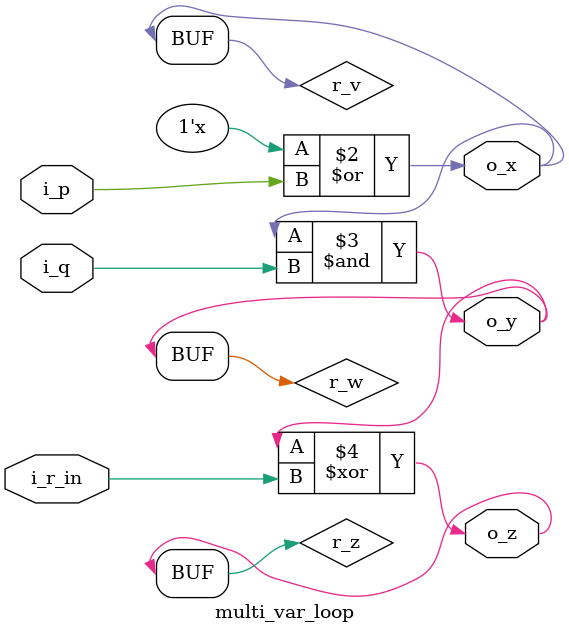
<source format=sv>
module multi_var_loop (
    input logic i_p,
    input logic i_q,
    input logic i_r_in,
    output logic o_x,
    output logic o_y,
    output logic o_z
);
    logic r_v, r_w, r_z;
    always_comb begin
        r_v = r_z | i_p;
        r_w = r_v & i_q;
        r_z = r_w ^ i_r_in;
        o_x = r_v;
        o_y = r_w;
        o_z = r_z;
    end
endmodule


</source>
